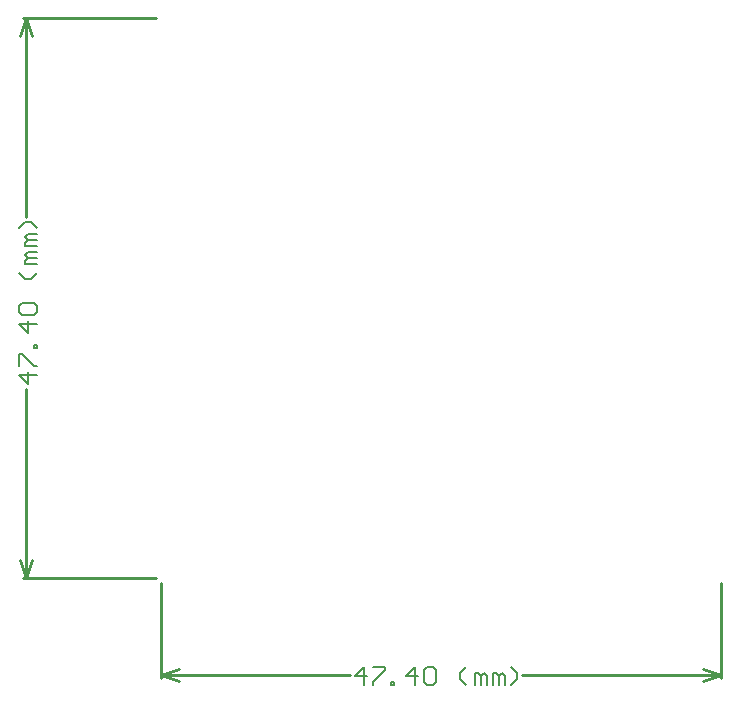
<source format=gm1>
%FSLAX25Y25*%
%MOIN*%
G70*
G01*
G75*
G04 Layer_Color=16711935*
%ADD10R,0.04331X0.03937*%
%ADD11R,0.03937X0.04331*%
%ADD12R,0.06496X0.01181*%
%ADD13O,0.04921X0.01181*%
%ADD14O,0.02165X0.06496*%
%ADD15O,0.06496X0.02165*%
%ADD16R,0.08465X0.01575*%
%ADD17R,0.08465X0.01575*%
%ADD18R,0.15748X0.39370*%
%ADD19R,0.05906X0.05118*%
%ADD20O,0.07087X0.02362*%
%ADD21R,0.16535X0.16535*%
%ADD22C,0.03937*%
%ADD23C,0.00787*%
%ADD24C,0.01000*%
%ADD25C,0.01575*%
%ADD26C,0.01969*%
%ADD27C,0.01181*%
%ADD28C,0.07874*%
%ADD29C,0.01890*%
%ADD30C,0.00630*%
%ADD31C,0.03150*%
%ADD32C,0.01260*%
%ADD33C,0.05906*%
%ADD34C,0.05906*%
%ADD35R,0.05906X0.05906*%
%ADD36C,0.15000*%
%ADD37R,0.05906X0.05906*%
%ADD38R,0.05315X0.05315*%
%ADD39C,0.05315*%
%ADD40C,0.05000*%
%ADD41C,0.03937*%
%ADD42C,0.00984*%
%ADD43C,0.02362*%
%ADD44C,0.00800*%
%ADD45R,0.05131X0.04737*%
%ADD46R,0.04737X0.05131*%
%ADD47R,0.07296X0.01981*%
%ADD48O,0.05721X0.01981*%
%ADD49O,0.02965X0.07296*%
%ADD50O,0.07296X0.02965*%
%ADD51R,0.09265X0.02375*%
%ADD52R,0.09265X0.02375*%
%ADD53R,0.16548X0.40170*%
%ADD54R,0.06706X0.05918*%
%ADD55O,0.07887X0.03162*%
%ADD56R,0.17335X0.17335*%
%ADD57C,0.06706*%
%ADD58C,0.06706*%
%ADD59R,0.06706X0.06706*%
%ADD60C,0.15800*%
%ADD61R,0.06706X0.06706*%
%ADD62R,0.06115X0.06115*%
%ADD63C,0.06115*%
%ADD64C,0.05800*%
%ADD65C,0.04737*%
%ADD66C,0.00600*%
D24*
X391732Y272000D02*
Y303528D01*
X205118Y272000D02*
Y303528D01*
X325416Y273000D02*
X391732D01*
X205118D02*
X268234D01*
X385732Y275000D02*
X391732Y273000D01*
X385732Y271000D02*
X391732Y273000D01*
X205118D02*
X211118Y271000D01*
X205118Y273000D02*
X211118Y275000D01*
X159000Y491732D02*
X203528D01*
X159000Y305118D02*
X203528D01*
X160000Y425417D02*
Y491732D01*
Y305118D02*
Y368234D01*
X158000Y485732D02*
X160000Y491732D01*
X162000Y485732D01*
X160000Y305118D02*
X162000Y311118D01*
X158000D02*
X160000Y305118D01*
D66*
X272833Y269401D02*
Y275399D01*
X269834Y272400D01*
X273833D01*
X275832Y275399D02*
X279831D01*
Y274399D01*
X275832Y270401D01*
Y269401D01*
X281830D02*
Y270401D01*
X282830D01*
Y269401D01*
X281830D01*
X289827D02*
Y275399D01*
X286828Y272400D01*
X290827D01*
X292827Y274399D02*
X293826Y275399D01*
X295826D01*
X296825Y274399D01*
Y270401D01*
X295826Y269401D01*
X293826D01*
X292827Y270401D01*
Y274399D01*
X306822Y269401D02*
X304823Y271400D01*
Y273400D01*
X306822Y275399D01*
X309821Y269401D02*
Y273400D01*
X310821D01*
X311820Y272400D01*
Y269401D01*
Y272400D01*
X312820Y273400D01*
X313820Y272400D01*
Y269401D01*
X315819D02*
Y273400D01*
X316819D01*
X317818Y272400D01*
Y269401D01*
Y272400D01*
X318818Y273400D01*
X319818Y272400D01*
Y269401D01*
X321817D02*
X323816Y271400D01*
Y273400D01*
X321817Y275399D01*
X163599Y372833D02*
X157601D01*
X160600Y369834D01*
Y373833D01*
X157601Y375832D02*
Y379831D01*
X158601D01*
X162599Y375832D01*
X163599D01*
Y381830D02*
X162599D01*
Y382830D01*
X163599D01*
Y381830D01*
Y389827D02*
X157601D01*
X160600Y386828D01*
Y390827D01*
X158601Y392827D02*
X157601Y393826D01*
Y395826D01*
X158601Y396825D01*
X162599D01*
X163599Y395826D01*
Y393826D01*
X162599Y392827D01*
X158601D01*
X163599Y406822D02*
X161600Y404823D01*
X159600D01*
X157601Y406822D01*
X163599Y409821D02*
X159600D01*
Y410821D01*
X160600Y411820D01*
X163599D01*
X160600D01*
X159600Y412820D01*
X160600Y413820D01*
X163599D01*
Y415819D02*
X159600D01*
Y416819D01*
X160600Y417818D01*
X163599D01*
X160600D01*
X159600Y418818D01*
X160600Y419818D01*
X163599D01*
Y421817D02*
X161600Y423816D01*
X159600D01*
X157601Y421817D01*
M02*

</source>
